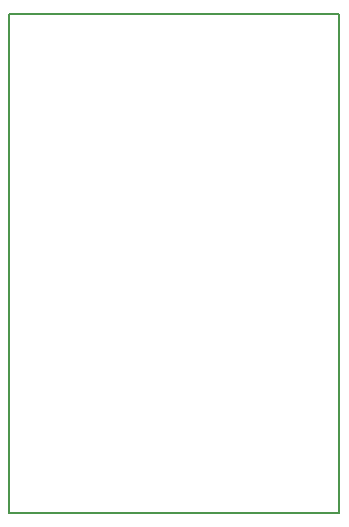
<source format=gbr>
%TF.GenerationSoftware,KiCad,Pcbnew,(6.0.8)*%
%TF.CreationDate,2022-10-15T17:18:15+02:00*%
%TF.ProjectId,Digital Delay,44696769-7461-46c2-9044-656c61792e6b,rev?*%
%TF.SameCoordinates,Original*%
%TF.FileFunction,Profile,NP*%
%FSLAX46Y46*%
G04 Gerber Fmt 4.6, Leading zero omitted, Abs format (unit mm)*
G04 Created by KiCad (PCBNEW (6.0.8)) date 2022-10-15 17:18:15*
%MOMM*%
%LPD*%
G01*
G04 APERTURE LIST*
%TA.AperFunction,Profile*%
%ADD10C,0.200000*%
%TD*%
G04 APERTURE END LIST*
D10*
X66167000Y-37465000D02*
X38227000Y-37465000D01*
X38227000Y-37465000D02*
X38227000Y-79756000D01*
X38227000Y-79756000D02*
X66167000Y-79756000D01*
X66167000Y-79756000D02*
X66167000Y-37465000D01*
M02*

</source>
